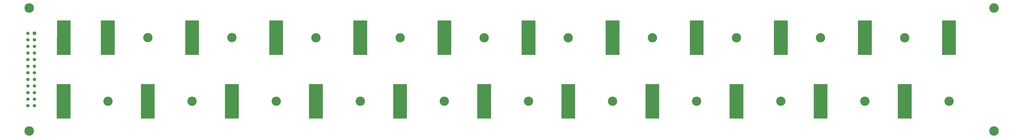
<source format=gbr>
%TF.GenerationSoftware,KiCad,Pcbnew,9.0.2*%
%TF.CreationDate,2025-07-25T15:15:28+08:00*%
%TF.ProjectId,accum_pcb_up,61636375-6d5f-4706-9362-5f75702e6b69,rev?*%
%TF.SameCoordinates,Original*%
%TF.FileFunction,Soldermask,Bot*%
%TF.FilePolarity,Negative*%
%FSLAX46Y46*%
G04 Gerber Fmt 4.6, Leading zero omitted, Abs format (unit mm)*
G04 Created by KiCad (PCBNEW 9.0.2) date 2025-07-25 15:15:28*
%MOMM*%
%LPD*%
G01*
G04 APERTURE LIST*
G04 Aperture macros list*
%AMRoundRect*
0 Rectangle with rounded corners*
0 $1 Rounding radius*
0 $2 $3 $4 $5 $6 $7 $8 $9 X,Y pos of 4 corners*
0 Add a 4 corners polygon primitive as box body*
4,1,4,$2,$3,$4,$5,$6,$7,$8,$9,$2,$3,0*
0 Add four circle primitives for the rounded corners*
1,1,$1+$1,$2,$3*
1,1,$1+$1,$4,$5*
1,1,$1+$1,$6,$7*
1,1,$1+$1,$8,$9*
0 Add four rect primitives between the rounded corners*
20,1,$1+$1,$2,$3,$4,$5,0*
20,1,$1+$1,$4,$5,$6,$7,0*
20,1,$1+$1,$6,$7,$8,$9,0*
20,1,$1+$1,$8,$9,$2,$3,0*%
G04 Aperture macros list end*
%ADD10C,4.200000*%
%ADD11RoundRect,0.250001X-0.499999X0.499999X-0.499999X-0.499999X0.499999X-0.499999X0.499999X0.499999X0*%
%ADD12C,1.500000*%
%ADD13C,4.300000*%
G04 APERTURE END LIST*
D10*
%TO.C,*%
X235443015Y-179675500D03*
%TD*%
%TO.C,*%
X349583304Y-179680000D03*
%TD*%
%TO.C,*%
X367583985Y-179681500D03*
%TD*%
%TO.C,*%
X501770334Y-179686000D03*
%TD*%
%TO.C,*%
X139303985Y-179672500D03*
%TD*%
%TO.C,*%
X291491015Y-179678500D03*
%TD*%
%TO.C,*%
X177350333Y-179674000D03*
%TD*%
%TO.C,*%
X215382564Y-208611500D03*
%TD*%
%TO.C,*%
X159350015Y-208610500D03*
%TD*%
%TO.C,*%
X177350696Y-208612000D03*
%TD*%
%TO.C,*%
X121303682Y-208611500D03*
%TD*%
%TO.C,*%
X367584348Y-208619500D03*
%TD*%
%TO.C,*%
X443678015Y-208620500D03*
%TD*%
%TO.C,*%
X405631363Y-208619000D03*
%TD*%
%TO.C,*%
X235443378Y-208611500D03*
%TD*%
%TO.C,*%
X387629652Y-179681500D03*
%TD*%
D11*
%TO.C,J1*%
X88070000Y-177652144D03*
D12*
X88070000Y-180652144D03*
X88070000Y-183652144D03*
X88070000Y-186652144D03*
X88070000Y-189652144D03*
X88070000Y-192652144D03*
X88070000Y-195652144D03*
X88070000Y-198652144D03*
X88070000Y-201652144D03*
X88070000Y-204652144D03*
X88070000Y-207652144D03*
X88070000Y-210652144D03*
X85070000Y-177652144D03*
X85070000Y-180652144D03*
X85070000Y-183652144D03*
X85070000Y-186652144D03*
X85070000Y-189652144D03*
X85070000Y-192652144D03*
X85070000Y-195652144D03*
X85070000Y-198652144D03*
X85070000Y-201652144D03*
X85070000Y-204652144D03*
X85070000Y-207652144D03*
X85070000Y-210652144D03*
%TD*%
D10*
%TO.C,*%
X425677030Y-208619000D03*
%TD*%
%TO.C,*%
X311536682Y-208611500D03*
%TD*%
D13*
%TO.C,H2*%
X522111000Y-222119000D03*
%TD*%
D10*
%TO.C,*%
X311536682Y-179678500D03*
%TD*%
%TO.C,*%
X349583667Y-208618000D03*
%TD*%
%TO.C,*%
X197396000Y-179674000D03*
%TD*%
%TO.C,*%
X253444363Y-208613000D03*
%TD*%
%TO.C,*%
X329537637Y-179680000D03*
%TD*%
D13*
%TO.C,H1*%
X522111000Y-166186000D03*
%TD*%
D10*
%TO.C,*%
X291491015Y-208611500D03*
%TD*%
%TO.C,*%
X273490030Y-208613000D03*
%TD*%
%TO.C,*%
X387630015Y-208619500D03*
%TD*%
%TO.C,*%
X273489667Y-179677000D03*
%TD*%
%TO.C,*%
X215397348Y-179675500D03*
%TD*%
%TO.C,*%
X443677652Y-179684500D03*
%TD*%
%TO.C,*%
X463723319Y-179684500D03*
%TD*%
%TO.C,*%
X159349652Y-179672500D03*
%TD*%
%TO.C,*%
X139304348Y-208610500D03*
%TD*%
%TO.C,*%
X101257652Y-179673500D03*
%TD*%
%TO.C,*%
X481724667Y-179686000D03*
%TD*%
%TO.C,*%
X481724667Y-208619000D03*
%TD*%
%TO.C,*%
X121303319Y-179673500D03*
%TD*%
%TO.C,*%
X329538000Y-208618000D03*
%TD*%
D13*
%TO.C,H4*%
X85629000Y-222118000D03*
%TD*%
D10*
%TO.C,*%
X101258015Y-208611500D03*
%TD*%
%TO.C,*%
X501770334Y-208619000D03*
%TD*%
%TO.C,*%
X405631000Y-179683000D03*
%TD*%
%TO.C,*%
X463723682Y-208620500D03*
%TD*%
%TO.C,*%
X425676667Y-179683000D03*
%TD*%
%TO.C,*%
X253444000Y-179677000D03*
%TD*%
%TO.C,*%
X197396363Y-208612000D03*
%TD*%
D13*
%TO.C,H3*%
X85629000Y-166186000D03*
%TD*%
G36*
X446732540Y-200829685D02*
G01*
X446778295Y-200882489D01*
X446789501Y-200934000D01*
X446789501Y-216307000D01*
X446769816Y-216374039D01*
X446717012Y-216419794D01*
X446665501Y-216431000D01*
X440690538Y-216431000D01*
X440623499Y-216411315D01*
X440577744Y-216358511D01*
X440566538Y-216306992D01*
X440567498Y-200933992D01*
X440587187Y-200866954D01*
X440639994Y-200821202D01*
X440691498Y-200810000D01*
X446665501Y-200810000D01*
X446732540Y-200829685D01*
G37*
G36*
X484779192Y-200828185D02*
G01*
X484824947Y-200880989D01*
X484836153Y-200932500D01*
X484836153Y-216305500D01*
X484816468Y-216372539D01*
X484763664Y-216418294D01*
X484712153Y-216429500D01*
X478737190Y-216429500D01*
X478670151Y-216409815D01*
X478624396Y-216357011D01*
X478613190Y-216305492D01*
X478614150Y-200932492D01*
X478633839Y-200865454D01*
X478686646Y-200819702D01*
X478738150Y-200808500D01*
X484712153Y-200808500D01*
X484779192Y-200828185D01*
G37*
G36*
X466777844Y-171893685D02*
G01*
X466823599Y-171946489D01*
X466834805Y-171998000D01*
X466834805Y-187371000D01*
X466815120Y-187438039D01*
X466762316Y-187483794D01*
X466710805Y-187495000D01*
X460735842Y-187495000D01*
X460668803Y-187475315D01*
X460623048Y-187422511D01*
X460611842Y-187370992D01*
X460612802Y-171997992D01*
X460632491Y-171930954D01*
X460685298Y-171885202D01*
X460736802Y-171874000D01*
X466710805Y-171874000D01*
X466777844Y-171893685D01*
G37*
G36*
X218437091Y-200820685D02*
G01*
X218482846Y-200873489D01*
X218494052Y-200925000D01*
X218494052Y-216298000D01*
X218474367Y-216365039D01*
X218421563Y-216410794D01*
X218370052Y-216422000D01*
X212395084Y-216422000D01*
X212328045Y-216402315D01*
X212282290Y-216349511D01*
X212271084Y-216297992D01*
X212272044Y-200924992D01*
X212291733Y-200857954D01*
X212344540Y-200812202D01*
X212396044Y-200801000D01*
X218370052Y-200801000D01*
X218437091Y-200820685D01*
G37*
G36*
X256498888Y-200822185D02*
G01*
X256544643Y-200874989D01*
X256555849Y-200926500D01*
X256555849Y-216299500D01*
X256536164Y-216366539D01*
X256483360Y-216412294D01*
X256431849Y-216423500D01*
X250456886Y-216423500D01*
X250389847Y-216403815D01*
X250344092Y-216351011D01*
X250332886Y-216299492D01*
X250333846Y-200926492D01*
X250353535Y-200859454D01*
X250406342Y-200813702D01*
X250457846Y-200802500D01*
X256431849Y-200802500D01*
X256498888Y-200822185D01*
G37*
G36*
X294545540Y-200820685D02*
G01*
X294591295Y-200873489D01*
X294602501Y-200925000D01*
X294602501Y-216298000D01*
X294582816Y-216365039D01*
X294530012Y-216410794D01*
X294478501Y-216422000D01*
X288503538Y-216422000D01*
X288436499Y-216402315D01*
X288390744Y-216349511D01*
X288379538Y-216297992D01*
X288380498Y-200924992D01*
X288400187Y-200857954D01*
X288452994Y-200812202D01*
X288504498Y-200801000D01*
X294478501Y-200801000D01*
X294545540Y-200820685D01*
G37*
G36*
X162404177Y-171881685D02*
G01*
X162449932Y-171934489D01*
X162461138Y-171986000D01*
X162461138Y-187359000D01*
X162441453Y-187426039D01*
X162388649Y-187471794D01*
X162337138Y-187483000D01*
X156362175Y-187483000D01*
X156295136Y-187463315D01*
X156249381Y-187410511D01*
X156238175Y-187358992D01*
X156239135Y-171985992D01*
X156258824Y-171918954D01*
X156311631Y-171873202D01*
X156363135Y-171862000D01*
X162337138Y-171862000D01*
X162404177Y-171881685D01*
G37*
G36*
X504824859Y-171895185D02*
G01*
X504870614Y-171947989D01*
X504881820Y-171999500D01*
X504881820Y-187372500D01*
X504862135Y-187439539D01*
X504809331Y-187485294D01*
X504757820Y-187496500D01*
X498782857Y-187496500D01*
X498715818Y-187476815D01*
X498670063Y-187424011D01*
X498658857Y-187372492D01*
X498659817Y-171999492D01*
X498679506Y-171932454D01*
X498732313Y-171886702D01*
X498783817Y-171875500D01*
X504757820Y-171875500D01*
X504824859Y-171895185D01*
G37*
G36*
X200450525Y-171883185D02*
G01*
X200496280Y-171935989D01*
X200507486Y-171987500D01*
X200507486Y-187360500D01*
X200487801Y-187427539D01*
X200434997Y-187473294D01*
X200383486Y-187484500D01*
X194408523Y-187484500D01*
X194341484Y-187464815D01*
X194295729Y-187412011D01*
X194284523Y-187360492D01*
X194285483Y-171987492D01*
X194305172Y-171920454D01*
X194357979Y-171874702D01*
X194409483Y-171863500D01*
X200383486Y-171863500D01*
X200450525Y-171883185D01*
G37*
G36*
X408685888Y-200828185D02*
G01*
X408731643Y-200880989D01*
X408742849Y-200932500D01*
X408742849Y-216305500D01*
X408723164Y-216372539D01*
X408670360Y-216418294D01*
X408618849Y-216429500D01*
X402643886Y-216429500D01*
X402576847Y-216409815D01*
X402531092Y-216357011D01*
X402519886Y-216305492D01*
X402520846Y-200932492D01*
X402540535Y-200865454D01*
X402593342Y-200819702D01*
X402644846Y-200808500D01*
X408618849Y-200808500D01*
X408685888Y-200828185D01*
G37*
G36*
X180405221Y-200821185D02*
G01*
X180450976Y-200873989D01*
X180462182Y-200925500D01*
X180462182Y-216298500D01*
X180442497Y-216365539D01*
X180389693Y-216411294D01*
X180338182Y-216422500D01*
X174363219Y-216422500D01*
X174296180Y-216402815D01*
X174250425Y-216350011D01*
X174239219Y-216298492D01*
X174240179Y-200925492D01*
X174259868Y-200858454D01*
X174312675Y-200812702D01*
X174364179Y-200801500D01*
X180338182Y-200801500D01*
X180405221Y-200821185D01*
G37*
G36*
X124284563Y-171882685D02*
G01*
X124330318Y-171935489D01*
X124341524Y-171987000D01*
X124341524Y-187360000D01*
X124321839Y-187427039D01*
X124269035Y-187472794D01*
X124217524Y-187484000D01*
X118242561Y-187484000D01*
X118175522Y-187464315D01*
X118129767Y-187411511D01*
X118118561Y-187359992D01*
X118119521Y-171986992D01*
X118139210Y-171919954D01*
X118192017Y-171874202D01*
X118243521Y-171863000D01*
X124217524Y-171863000D01*
X124284563Y-171882685D01*
G37*
G36*
X238497540Y-171884685D02*
G01*
X238543295Y-171937489D01*
X238554501Y-171989000D01*
X238554501Y-187362000D01*
X238534816Y-187429039D01*
X238482012Y-187474794D01*
X238430501Y-187486000D01*
X232455538Y-187486000D01*
X232388499Y-187466315D01*
X232342744Y-187413511D01*
X232331538Y-187361992D01*
X232332498Y-171988992D01*
X232352187Y-171921954D01*
X232404994Y-171876202D01*
X232456498Y-171865000D01*
X238430501Y-171865000D01*
X238497540Y-171884685D01*
G37*
G36*
X370638873Y-200828685D02*
G01*
X370684628Y-200881489D01*
X370695834Y-200933000D01*
X370695834Y-216306000D01*
X370676149Y-216373039D01*
X370623345Y-216418794D01*
X370571834Y-216430000D01*
X364596871Y-216430000D01*
X364529832Y-216410315D01*
X364484077Y-216357511D01*
X364472871Y-216305992D01*
X364473831Y-200932992D01*
X364493520Y-200865954D01*
X364546327Y-200820202D01*
X364597831Y-200809000D01*
X370571834Y-200809000D01*
X370638873Y-200828685D01*
G37*
G36*
X276544192Y-171886185D02*
G01*
X276589947Y-171938989D01*
X276601153Y-171990500D01*
X276601153Y-187363500D01*
X276581468Y-187430539D01*
X276528664Y-187476294D01*
X276477153Y-187487500D01*
X270502190Y-187487500D01*
X270435151Y-187467815D01*
X270389396Y-187415011D01*
X270378190Y-187363492D01*
X270379150Y-171990492D01*
X270398839Y-171923454D01*
X270451646Y-171877702D01*
X270503150Y-171866500D01*
X276477153Y-171866500D01*
X276544192Y-171886185D01*
G37*
G36*
X352637829Y-171889185D02*
G01*
X352683584Y-171941989D01*
X352694790Y-171993500D01*
X352694790Y-187366500D01*
X352675105Y-187433539D01*
X352622301Y-187479294D01*
X352570790Y-187490500D01*
X346595827Y-187490500D01*
X346528788Y-187470815D01*
X346483033Y-187418011D01*
X346471827Y-187366492D01*
X346472787Y-171993492D01*
X346492476Y-171926454D01*
X346545283Y-171880702D01*
X346596787Y-171869500D01*
X352570790Y-171869500D01*
X352637829Y-171889185D01*
G37*
G36*
X314591207Y-171887685D02*
G01*
X314636962Y-171940489D01*
X314648168Y-171992000D01*
X314648168Y-187365000D01*
X314628483Y-187432039D01*
X314575679Y-187477794D01*
X314524168Y-187489000D01*
X308549205Y-187489000D01*
X308482166Y-187469315D01*
X308436411Y-187416511D01*
X308425205Y-187364992D01*
X308426165Y-171991992D01*
X308445854Y-171924954D01*
X308498661Y-171879202D01*
X308550165Y-171868000D01*
X314524168Y-171868000D01*
X314591207Y-171887685D01*
G37*
G36*
X104312540Y-200820685D02*
G01*
X104358295Y-200873489D01*
X104369501Y-200925000D01*
X104369501Y-216298000D01*
X104349816Y-216365039D01*
X104297012Y-216410794D01*
X104245501Y-216422000D01*
X98270538Y-216422000D01*
X98203499Y-216402315D01*
X98157744Y-216349511D01*
X98146538Y-216297992D01*
X98147498Y-200924992D01*
X98167187Y-200857954D01*
X98219994Y-200812202D01*
X98271498Y-200801000D01*
X104245501Y-200801000D01*
X104312540Y-200820685D01*
G37*
G36*
X428731192Y-171892185D02*
G01*
X428776947Y-171944989D01*
X428788153Y-171996500D01*
X428788153Y-187369500D01*
X428768468Y-187436539D01*
X428715664Y-187482294D01*
X428664153Y-187493500D01*
X422689190Y-187493500D01*
X422622151Y-187473815D01*
X422576396Y-187421011D01*
X422565190Y-187369492D01*
X422566150Y-171996492D01*
X422585839Y-171929454D01*
X422638646Y-171883702D01*
X422690150Y-171872500D01*
X428664153Y-171872500D01*
X428731192Y-171892185D01*
G37*
G36*
X332592525Y-200827185D02*
G01*
X332638280Y-200879989D01*
X332649486Y-200931500D01*
X332649486Y-216304500D01*
X332629801Y-216371539D01*
X332576997Y-216417294D01*
X332525486Y-216428500D01*
X326550523Y-216428500D01*
X326483484Y-216408815D01*
X326437729Y-216356011D01*
X326426523Y-216304492D01*
X326427483Y-200931492D01*
X326447172Y-200864454D01*
X326499979Y-200818702D01*
X326551483Y-200807500D01*
X332525486Y-200807500D01*
X332592525Y-200827185D01*
G37*
G36*
X142358873Y-200819685D02*
G01*
X142404628Y-200872489D01*
X142415834Y-200924000D01*
X142415834Y-216297000D01*
X142396149Y-216364039D01*
X142343345Y-216409794D01*
X142291834Y-216421000D01*
X136316871Y-216421000D01*
X136249832Y-216401315D01*
X136204077Y-216348511D01*
X136192871Y-216296992D01*
X136193831Y-200923992D01*
X136213520Y-200856954D01*
X136266327Y-200811202D01*
X136317831Y-200800000D01*
X142291834Y-200800000D01*
X142358873Y-200819685D01*
G37*
G36*
X390684177Y-171890685D02*
G01*
X390729932Y-171943489D01*
X390741138Y-171995000D01*
X390741138Y-187368000D01*
X390721453Y-187435039D01*
X390668649Y-187480794D01*
X390617138Y-187492000D01*
X384642175Y-187492000D01*
X384575136Y-187472315D01*
X384529381Y-187419511D01*
X384518175Y-187367992D01*
X384519135Y-171994992D01*
X384538824Y-171927954D01*
X384591631Y-171882202D01*
X384643135Y-171871000D01*
X390617138Y-171871000D01*
X390684177Y-171890685D01*
G37*
G36*
X104323117Y-171882685D02*
G01*
X104368872Y-171935489D01*
X104380078Y-171987000D01*
X104380078Y-187360000D01*
X104360393Y-187427039D01*
X104307589Y-187472794D01*
X104256078Y-187484000D01*
X98363118Y-187484000D01*
X98296079Y-187464315D01*
X98250324Y-187411511D01*
X98239118Y-187359992D01*
X98240078Y-171986992D01*
X98259767Y-171919954D01*
X98312574Y-171874202D01*
X98364078Y-171863000D01*
X104256078Y-171863000D01*
X104323117Y-171882685D01*
G37*
M02*

</source>
